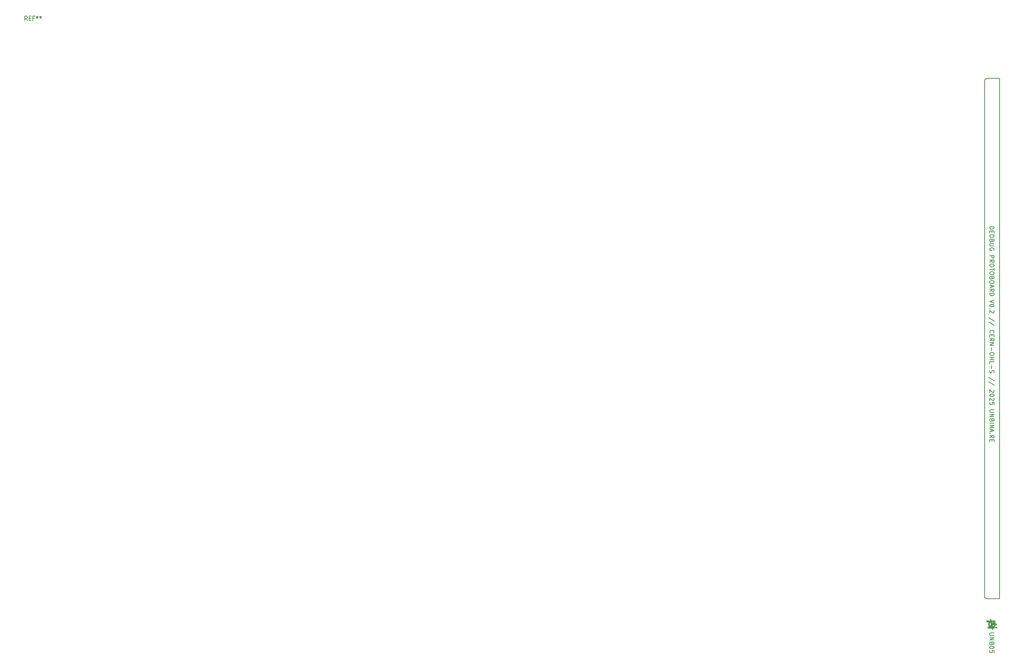
<source format=gbr>
%TF.GenerationSoftware,KiCad,Pcbnew,6.0.11+dfsg-1*%
%TF.CreationDate,2025-11-09T18:04:58+01:00*%
%TF.ProjectId,DEDBUG,44454442-5547-42e6-9b69-6361645f7063,0.2*%
%TF.SameCoordinates,Original*%
%TF.FileFunction,Legend,Top*%
%TF.FilePolarity,Positive*%
%FSLAX46Y46*%
G04 Gerber Fmt 4.6, Leading zero omitted, Abs format (unit mm)*
G04 Created by KiCad (PCBNEW 6.0.11+dfsg-1) date 2025-11-09 18:04:58*
%MOMM*%
%LPD*%
G01*
G04 APERTURE LIST*
%ADD10C,0.153000*%
%ADD11C,0.150000*%
%ADD12C,0.010000*%
G04 APERTURE END LIST*
D10*
X318006073Y-202819644D02*
X318005981Y-202789991D01*
X318005981Y-202789991D02*
X318005981Y-202789991D01*
X318202209Y-203263746D02*
X318202209Y-203263746D01*
X318522942Y-203442391D02*
X318491552Y-203433859D01*
X318053976Y-203036922D02*
X318042240Y-203005767D01*
X321474167Y-203459989D02*
X318675995Y-203459989D01*
X318116340Y-203157078D02*
X318098485Y-203127973D01*
X318367811Y-203383829D02*
X318337992Y-203367468D01*
X318082123Y-203098158D02*
X318067278Y-203067763D01*
X318253267Y-82636448D02*
X318280554Y-82615683D01*
X318615977Y-82487923D02*
X318646238Y-82486091D01*
X318428970Y-82534006D02*
X318460124Y-82522270D01*
X321474167Y-203459989D02*
X321474167Y-203459989D01*
X318616082Y-203458059D02*
X318585339Y-203454515D01*
X318460124Y-82522270D02*
X318491460Y-82512123D01*
X318178623Y-203238806D02*
X318156434Y-203212627D01*
X318042186Y-82940205D02*
X318053922Y-82909048D01*
X318227088Y-82658632D02*
X318253267Y-82636448D01*
X318011443Y-202880650D02*
X318007902Y-202849907D01*
X318023505Y-83002934D02*
X318032039Y-82971545D01*
X321474167Y-82485994D02*
X321474167Y-203459989D01*
X318398130Y-82547308D02*
X318428970Y-82534006D01*
X318007829Y-83096075D02*
X318011377Y-83065331D01*
X318202148Y-82682211D02*
X318202148Y-82682211D01*
X318554148Y-82496697D02*
X318585236Y-82491467D01*
X318016610Y-83034240D02*
X318023505Y-83002934D01*
X318460212Y-203423712D02*
X318429054Y-203411976D01*
X318178563Y-82707151D02*
X318202148Y-82682211D01*
X321474167Y-82485994D02*
X321474167Y-82485994D01*
X318675995Y-203459989D02*
X318646344Y-203459892D01*
X318202148Y-82682211D02*
X318227088Y-82658632D01*
X318005890Y-83155992D02*
X318005992Y-83126340D01*
X318554248Y-203449284D02*
X318522942Y-203442391D01*
X318227149Y-203287332D02*
X318202209Y-203263746D01*
X318585236Y-82491467D02*
X318615977Y-82487923D01*
X318522846Y-82503591D02*
X318554148Y-82496697D01*
X318253330Y-203309521D02*
X318227149Y-203287332D01*
X318337920Y-82578510D02*
X318367736Y-82562151D01*
X318116283Y-82788883D02*
X318135606Y-82760619D01*
X318429054Y-203411976D02*
X318398210Y-203398673D01*
X318053922Y-82909048D02*
X318067225Y-82878205D01*
X318156434Y-203212627D02*
X318135665Y-203185340D01*
X318042240Y-203005767D02*
X318032094Y-202974430D01*
X318491460Y-82512123D02*
X318522846Y-82503591D01*
X318135665Y-203185340D02*
X318116340Y-203157078D01*
X318098485Y-203127973D02*
X318082123Y-203098158D01*
X318016671Y-202911739D02*
X318011443Y-202880650D01*
X318308816Y-82596363D02*
X318337920Y-82578510D01*
X318005992Y-83126340D02*
X318007829Y-83096075D01*
X318646238Y-82486091D02*
X318675888Y-82485994D01*
X318032094Y-202974430D02*
X318023563Y-202943044D01*
X318005981Y-202789991D02*
X318005890Y-83155992D01*
X318585339Y-203454515D02*
X318554248Y-203449284D01*
X318082068Y-82847808D02*
X318098429Y-82817990D01*
X318135606Y-82760619D02*
X318156374Y-82733331D01*
X318337992Y-203367468D02*
X318308884Y-203349613D01*
X318098429Y-82817990D02*
X318116283Y-82788883D01*
X318398210Y-203398673D02*
X318367811Y-203383829D01*
X318023563Y-202943044D02*
X318016671Y-202911739D01*
X318367736Y-82562151D02*
X318398130Y-82547308D01*
X318005890Y-83155992D02*
X318005890Y-83155992D01*
X318202209Y-203263746D02*
X318178623Y-203238806D01*
X318491552Y-203433859D02*
X318460212Y-203423712D01*
X318032039Y-82971545D02*
X318042186Y-82940205D01*
X318007902Y-202849907D02*
X318006073Y-202819644D01*
X318675888Y-82485994D02*
X321474167Y-82485994D01*
X318646344Y-203459892D02*
X318616082Y-203458059D01*
X318675888Y-82485994D02*
X318675888Y-82485994D01*
X318011377Y-83065331D02*
X318016610Y-83034240D01*
X318280554Y-82615683D02*
X318308816Y-82596363D01*
X318156374Y-82733331D02*
X318178563Y-82707151D01*
X318308884Y-203349613D02*
X318280619Y-203330290D01*
X318067225Y-82878205D02*
X318082068Y-82847808D01*
X318280619Y-203330290D02*
X318253330Y-203309521D01*
X318067278Y-203067763D02*
X318053976Y-203036922D01*
X319244617Y-116964799D02*
X320244617Y-116964799D01*
X320244617Y-117202894D01*
X320196998Y-117345751D01*
X320101759Y-117440990D01*
X320006521Y-117488609D01*
X319816045Y-117536228D01*
X319673188Y-117536228D01*
X319482712Y-117488609D01*
X319387474Y-117440990D01*
X319292236Y-117345751D01*
X319244617Y-117202894D01*
X319244617Y-116964799D01*
X319768426Y-117964799D02*
X319768426Y-118298132D01*
X319244617Y-118440990D02*
X319244617Y-117964799D01*
X320244617Y-117964799D01*
X320244617Y-118440990D01*
X319244617Y-118869561D02*
X320244617Y-118869561D01*
X320244617Y-119107656D01*
X320196998Y-119250513D01*
X320101759Y-119345751D01*
X320006521Y-119393370D01*
X319816045Y-119440990D01*
X319673188Y-119440990D01*
X319482712Y-119393370D01*
X319387474Y-119345751D01*
X319292236Y-119250513D01*
X319244617Y-119107656D01*
X319244617Y-118869561D01*
X319768426Y-120202894D02*
X319720807Y-120345751D01*
X319673188Y-120393370D01*
X319577950Y-120440990D01*
X319435093Y-120440990D01*
X319339855Y-120393370D01*
X319292236Y-120345751D01*
X319244617Y-120250513D01*
X319244617Y-119869561D01*
X320244617Y-119869561D01*
X320244617Y-120202894D01*
X320196998Y-120298132D01*
X320149378Y-120345751D01*
X320054140Y-120393370D01*
X319958902Y-120393370D01*
X319863664Y-120345751D01*
X319816045Y-120298132D01*
X319768426Y-120202894D01*
X319768426Y-119869561D01*
X320244617Y-120869561D02*
X319435093Y-120869561D01*
X319339855Y-120917180D01*
X319292236Y-120964799D01*
X319244617Y-121060037D01*
X319244617Y-121250513D01*
X319292236Y-121345751D01*
X319339855Y-121393370D01*
X319435093Y-121440990D01*
X320244617Y-121440990D01*
X320196998Y-122440990D02*
X320244617Y-122345751D01*
X320244617Y-122202894D01*
X320196998Y-122060037D01*
X320101759Y-121964799D01*
X320006521Y-121917180D01*
X319816045Y-121869561D01*
X319673188Y-121869561D01*
X319482712Y-121917180D01*
X319387474Y-121964799D01*
X319292236Y-122060037D01*
X319244617Y-122202894D01*
X319244617Y-122298132D01*
X319292236Y-122440990D01*
X319339855Y-122488609D01*
X319673188Y-122488609D01*
X319673188Y-122298132D01*
X319244617Y-123679085D02*
X320244617Y-123679085D01*
X320244617Y-124060037D01*
X320196998Y-124155275D01*
X320149378Y-124202894D01*
X320054140Y-124250513D01*
X319911283Y-124250513D01*
X319816045Y-124202894D01*
X319768426Y-124155275D01*
X319720807Y-124060037D01*
X319720807Y-123679085D01*
X319244617Y-125250513D02*
X319720807Y-124917180D01*
X319244617Y-124679085D02*
X320244617Y-124679085D01*
X320244617Y-125060037D01*
X320196998Y-125155275D01*
X320149378Y-125202894D01*
X320054140Y-125250513D01*
X319911283Y-125250513D01*
X319816045Y-125202894D01*
X319768426Y-125155275D01*
X319720807Y-125060037D01*
X319720807Y-124679085D01*
X320244617Y-125869561D02*
X320244617Y-126060037D01*
X320196998Y-126155275D01*
X320101759Y-126250513D01*
X319911283Y-126298132D01*
X319577950Y-126298132D01*
X319387474Y-126250513D01*
X319292236Y-126155275D01*
X319244617Y-126060037D01*
X319244617Y-125869561D01*
X319292236Y-125774323D01*
X319387474Y-125679085D01*
X319577950Y-125631466D01*
X319911283Y-125631466D01*
X320101759Y-125679085D01*
X320196998Y-125774323D01*
X320244617Y-125869561D01*
X320244617Y-126583847D02*
X320244617Y-127155275D01*
X319244617Y-126869561D02*
X320244617Y-126869561D01*
X320244617Y-127679085D02*
X320244617Y-127869561D01*
X320196998Y-127964799D01*
X320101759Y-128060037D01*
X319911283Y-128107656D01*
X319577950Y-128107656D01*
X319387474Y-128060037D01*
X319292236Y-127964799D01*
X319244617Y-127869561D01*
X319244617Y-127679085D01*
X319292236Y-127583847D01*
X319387474Y-127488609D01*
X319577950Y-127440990D01*
X319911283Y-127440990D01*
X320101759Y-127488609D01*
X320196998Y-127583847D01*
X320244617Y-127679085D01*
X319768426Y-128869561D02*
X319720807Y-129012418D01*
X319673188Y-129060037D01*
X319577950Y-129107656D01*
X319435093Y-129107656D01*
X319339855Y-129060037D01*
X319292236Y-129012418D01*
X319244617Y-128917180D01*
X319244617Y-128536228D01*
X320244617Y-128536228D01*
X320244617Y-128869561D01*
X320196998Y-128964799D01*
X320149378Y-129012418D01*
X320054140Y-129060037D01*
X319958902Y-129060037D01*
X319863664Y-129012418D01*
X319816045Y-128964799D01*
X319768426Y-128869561D01*
X319768426Y-128536228D01*
X320244617Y-129726704D02*
X320244617Y-129917180D01*
X320196998Y-130012418D01*
X320101759Y-130107656D01*
X319911283Y-130155275D01*
X319577950Y-130155275D01*
X319387474Y-130107656D01*
X319292236Y-130012418D01*
X319244617Y-129917180D01*
X319244617Y-129726704D01*
X319292236Y-129631466D01*
X319387474Y-129536228D01*
X319577950Y-129488609D01*
X319911283Y-129488609D01*
X320101759Y-129536228D01*
X320196998Y-129631466D01*
X320244617Y-129726704D01*
X319530331Y-130536228D02*
X319530331Y-131012418D01*
X319244617Y-130440990D02*
X320244617Y-130774323D01*
X319244617Y-131107656D01*
X319244617Y-132012418D02*
X319720807Y-131679085D01*
X319244617Y-131440990D02*
X320244617Y-131440990D01*
X320244617Y-131821942D01*
X320196998Y-131917180D01*
X320149378Y-131964799D01*
X320054140Y-132012418D01*
X319911283Y-132012418D01*
X319816045Y-131964799D01*
X319768426Y-131917180D01*
X319720807Y-131821942D01*
X319720807Y-131440990D01*
X319244617Y-132440990D02*
X320244617Y-132440990D01*
X320244617Y-132679085D01*
X320196998Y-132821942D01*
X320101759Y-132917180D01*
X320006521Y-132964799D01*
X319816045Y-133012418D01*
X319673188Y-133012418D01*
X319482712Y-132964799D01*
X319387474Y-132917180D01*
X319292236Y-132821942D01*
X319244617Y-132679085D01*
X319244617Y-132440990D01*
X320244617Y-134060037D02*
X319244617Y-134393370D01*
X320244617Y-134726704D01*
X320244617Y-135250513D02*
X320244617Y-135345751D01*
X320196998Y-135440990D01*
X320149378Y-135488609D01*
X320054140Y-135536228D01*
X319863664Y-135583847D01*
X319625569Y-135583847D01*
X319435093Y-135536228D01*
X319339855Y-135488609D01*
X319292236Y-135440990D01*
X319244617Y-135345751D01*
X319244617Y-135250513D01*
X319292236Y-135155275D01*
X319339855Y-135107656D01*
X319435093Y-135060037D01*
X319625569Y-135012418D01*
X319863664Y-135012418D01*
X320054140Y-135060037D01*
X320149378Y-135107656D01*
X320196998Y-135155275D01*
X320244617Y-135250513D01*
X319339855Y-136012418D02*
X319292236Y-136060037D01*
X319244617Y-136012418D01*
X319292236Y-135964799D01*
X319339855Y-136012418D01*
X319244617Y-136012418D01*
X320149378Y-136440990D02*
X320196998Y-136488609D01*
X320244617Y-136583847D01*
X320244617Y-136821942D01*
X320196998Y-136917180D01*
X320149378Y-136964799D01*
X320054140Y-137012418D01*
X319958902Y-137012418D01*
X319816045Y-136964799D01*
X319244617Y-136393370D01*
X319244617Y-137012418D01*
X320292236Y-138917180D02*
X319006521Y-138060037D01*
X320292236Y-139964799D02*
X319006521Y-139107656D01*
X319339855Y-141631466D02*
X319292236Y-141583847D01*
X319244617Y-141440990D01*
X319244617Y-141345751D01*
X319292236Y-141202894D01*
X319387474Y-141107656D01*
X319482712Y-141060037D01*
X319673188Y-141012418D01*
X319816045Y-141012418D01*
X320006521Y-141060037D01*
X320101759Y-141107656D01*
X320196998Y-141202894D01*
X320244617Y-141345751D01*
X320244617Y-141440990D01*
X320196998Y-141583847D01*
X320149378Y-141631466D01*
X319768426Y-142060037D02*
X319768426Y-142393370D01*
X319244617Y-142536228D02*
X319244617Y-142060037D01*
X320244617Y-142060037D01*
X320244617Y-142536228D01*
X319244617Y-143536228D02*
X319720807Y-143202894D01*
X319244617Y-142964799D02*
X320244617Y-142964799D01*
X320244617Y-143345751D01*
X320196998Y-143440990D01*
X320149378Y-143488609D01*
X320054140Y-143536228D01*
X319911283Y-143536228D01*
X319816045Y-143488609D01*
X319768426Y-143440990D01*
X319720807Y-143345751D01*
X319720807Y-142964799D01*
X319244617Y-143964799D02*
X320244617Y-143964799D01*
X319244617Y-144536228D01*
X320244617Y-144536228D01*
X319625569Y-145012418D02*
X319625569Y-145774323D01*
X320244617Y-146440990D02*
X320244617Y-146631466D01*
X320196998Y-146726704D01*
X320101759Y-146821942D01*
X319911283Y-146869561D01*
X319577950Y-146869561D01*
X319387474Y-146821942D01*
X319292236Y-146726704D01*
X319244617Y-146631466D01*
X319244617Y-146440990D01*
X319292236Y-146345751D01*
X319387474Y-146250513D01*
X319577950Y-146202894D01*
X319911283Y-146202894D01*
X320101759Y-146250513D01*
X320196998Y-146345751D01*
X320244617Y-146440990D01*
X319244617Y-147298132D02*
X320244617Y-147298132D01*
X319768426Y-147298132D02*
X319768426Y-147869561D01*
X319244617Y-147869561D02*
X320244617Y-147869561D01*
X319244617Y-148821942D02*
X319244617Y-148345751D01*
X320244617Y-148345751D01*
X319625569Y-149155275D02*
X319625569Y-149917180D01*
X319292236Y-150345751D02*
X319244617Y-150488609D01*
X319244617Y-150726704D01*
X319292236Y-150821942D01*
X319339855Y-150869561D01*
X319435093Y-150917180D01*
X319530331Y-150917180D01*
X319625569Y-150869561D01*
X319673188Y-150821942D01*
X319720807Y-150726704D01*
X319768426Y-150536228D01*
X319816045Y-150440990D01*
X319863664Y-150393370D01*
X319958902Y-150345751D01*
X320054140Y-150345751D01*
X320149378Y-150393370D01*
X320196998Y-150440990D01*
X320244617Y-150536228D01*
X320244617Y-150774323D01*
X320196998Y-150917180D01*
X320292236Y-152821942D02*
X319006521Y-151964799D01*
X320292236Y-153869561D02*
X319006521Y-153012418D01*
X320149378Y-154917180D02*
X320196998Y-154964799D01*
X320244617Y-155060037D01*
X320244617Y-155298132D01*
X320196998Y-155393370D01*
X320149378Y-155440990D01*
X320054140Y-155488609D01*
X319958902Y-155488609D01*
X319816045Y-155440990D01*
X319244617Y-154869561D01*
X319244617Y-155488609D01*
X320244617Y-156107656D02*
X320244617Y-156202894D01*
X320196998Y-156298132D01*
X320149378Y-156345751D01*
X320054140Y-156393370D01*
X319863664Y-156440990D01*
X319625569Y-156440990D01*
X319435093Y-156393370D01*
X319339855Y-156345751D01*
X319292236Y-156298132D01*
X319244617Y-156202894D01*
X319244617Y-156107656D01*
X319292236Y-156012418D01*
X319339855Y-155964799D01*
X319435093Y-155917180D01*
X319625569Y-155869561D01*
X319863664Y-155869561D01*
X320054140Y-155917180D01*
X320149378Y-155964799D01*
X320196998Y-156012418D01*
X320244617Y-156107656D01*
X320149378Y-156821942D02*
X320196998Y-156869561D01*
X320244617Y-156964799D01*
X320244617Y-157202894D01*
X320196998Y-157298132D01*
X320149378Y-157345751D01*
X320054140Y-157393370D01*
X319958902Y-157393370D01*
X319816045Y-157345751D01*
X319244617Y-156774323D01*
X319244617Y-157393370D01*
X320244617Y-158298132D02*
X320244617Y-157821942D01*
X319768426Y-157774323D01*
X319816045Y-157821942D01*
X319863664Y-157917180D01*
X319863664Y-158155275D01*
X319816045Y-158250513D01*
X319768426Y-158298132D01*
X319673188Y-158345751D01*
X319435093Y-158345751D01*
X319339855Y-158298132D01*
X319292236Y-158250513D01*
X319244617Y-158155275D01*
X319244617Y-157917180D01*
X319292236Y-157821942D01*
X319339855Y-157774323D01*
X320244617Y-159536228D02*
X319435093Y-159536228D01*
X319339855Y-159583847D01*
X319292236Y-159631466D01*
X319244617Y-159726704D01*
X319244617Y-159917180D01*
X319292236Y-160012418D01*
X319339855Y-160060037D01*
X319435093Y-160107656D01*
X320244617Y-160107656D01*
X319244617Y-160583847D02*
X320244617Y-160583847D01*
X319244617Y-161155275D01*
X320244617Y-161155275D01*
X319768426Y-161964799D02*
X319720807Y-162107656D01*
X319673188Y-162155275D01*
X319577950Y-162202894D01*
X319435093Y-162202894D01*
X319339855Y-162155275D01*
X319292236Y-162107656D01*
X319244617Y-162012418D01*
X319244617Y-161631466D01*
X320244617Y-161631466D01*
X320244617Y-161964799D01*
X320196998Y-162060037D01*
X320149378Y-162107656D01*
X320054140Y-162155275D01*
X319958902Y-162155275D01*
X319863664Y-162107656D01*
X319816045Y-162060037D01*
X319768426Y-161964799D01*
X319768426Y-161631466D01*
X319244617Y-162631466D02*
X320244617Y-162631466D01*
X319244617Y-163107656D02*
X320244617Y-163107656D01*
X319244617Y-163679085D01*
X320244617Y-163679085D01*
X319530331Y-164107656D02*
X319530331Y-164583847D01*
X319244617Y-164012418D02*
X320244617Y-164345751D01*
X319244617Y-164679085D01*
X319339855Y-165012418D02*
X319292236Y-165060037D01*
X319244617Y-165012418D01*
X319292236Y-164964799D01*
X319339855Y-165012418D01*
X319244617Y-165012418D01*
X319244617Y-166060037D02*
X319720807Y-165726704D01*
X319244617Y-165488609D02*
X320244617Y-165488609D01*
X320244617Y-165869561D01*
X320196998Y-165964799D01*
X320149378Y-166012418D01*
X320054140Y-166060037D01*
X319911283Y-166060037D01*
X319816045Y-166012418D01*
X319768426Y-165964799D01*
X319720807Y-165869561D01*
X319720807Y-165488609D01*
X319768426Y-166488609D02*
X319768426Y-166821942D01*
X319244617Y-166964799D02*
X319244617Y-166488609D01*
X320244617Y-166488609D01*
X320244617Y-166964799D01*
X320205831Y-211435390D02*
X319396307Y-211435390D01*
X319301069Y-211483009D01*
X319253450Y-211530628D01*
X319205831Y-211625866D01*
X319205831Y-211816342D01*
X319253450Y-211911580D01*
X319301069Y-211959199D01*
X319396307Y-212006818D01*
X320205831Y-212006818D01*
X319205831Y-212483009D02*
X320205831Y-212483009D01*
X319205831Y-213054437D01*
X320205831Y-213054437D01*
X319729640Y-213863961D02*
X319682021Y-214006818D01*
X319634402Y-214054437D01*
X319539164Y-214102056D01*
X319396307Y-214102056D01*
X319301069Y-214054437D01*
X319253450Y-214006818D01*
X319205831Y-213911580D01*
X319205831Y-213530628D01*
X320205831Y-213530628D01*
X320205831Y-213863961D01*
X320158212Y-213959199D01*
X320110592Y-214006818D01*
X320015354Y-214054437D01*
X319920116Y-214054437D01*
X319824878Y-214006818D01*
X319777259Y-213959199D01*
X319729640Y-213863961D01*
X319729640Y-213530628D01*
X320205831Y-214721104D02*
X320205831Y-214816342D01*
X320158212Y-214911580D01*
X320110592Y-214959199D01*
X320015354Y-215006818D01*
X319824878Y-215054437D01*
X319586783Y-215054437D01*
X319396307Y-215006818D01*
X319301069Y-214959199D01*
X319253450Y-214911580D01*
X319205831Y-214816342D01*
X319205831Y-214721104D01*
X319253450Y-214625866D01*
X319301069Y-214578247D01*
X319396307Y-214530628D01*
X319586783Y-214483009D01*
X319824878Y-214483009D01*
X320015354Y-214530628D01*
X320110592Y-214578247D01*
X320158212Y-214625866D01*
X320205831Y-214721104D01*
X320205831Y-215959199D02*
X320205831Y-215483009D01*
X319729640Y-215435390D01*
X319777259Y-215483009D01*
X319824878Y-215578247D01*
X319824878Y-215816342D01*
X319777259Y-215911580D01*
X319729640Y-215959199D01*
X319634402Y-216006818D01*
X319396307Y-216006818D01*
X319301069Y-215959199D01*
X319253450Y-215911580D01*
X319205831Y-215816342D01*
X319205831Y-215578247D01*
X319253450Y-215483009D01*
X319301069Y-215435390D01*
D11*
%TO.C,REF\u002A\u002A*%
X95666664Y-69018370D02*
X95333331Y-68542180D01*
X95095236Y-69018370D02*
X95095236Y-68018370D01*
X95476188Y-68018370D01*
X95571426Y-68065990D01*
X95619045Y-68113609D01*
X95666664Y-68208847D01*
X95666664Y-68351704D01*
X95619045Y-68446942D01*
X95571426Y-68494561D01*
X95476188Y-68542180D01*
X95095236Y-68542180D01*
X96095236Y-68494561D02*
X96428569Y-68494561D01*
X96571426Y-69018370D02*
X96095236Y-69018370D01*
X96095236Y-68018370D01*
X96571426Y-68018370D01*
X97333331Y-68494561D02*
X96999998Y-68494561D01*
X96999998Y-69018370D02*
X96999998Y-68018370D01*
X97476188Y-68018370D01*
X97999998Y-68018370D02*
X97999998Y-68256466D01*
X97761902Y-68161228D02*
X97999998Y-68256466D01*
X98238093Y-68161228D01*
X97857140Y-68446942D02*
X97999998Y-68256466D01*
X98142855Y-68446942D01*
X98761902Y-68018370D02*
X98761902Y-68256466D01*
X98523807Y-68161228D02*
X98761902Y-68256466D01*
X98999998Y-68161228D01*
X98619045Y-68446942D02*
X98761902Y-68256466D01*
X98904759Y-68446942D01*
%TO.C,Ref\u002A\u002A*%
G36*
X319274601Y-208486024D02*
G01*
X319302406Y-208479739D01*
X319312691Y-208471045D01*
X319311990Y-208462969D01*
X319302186Y-208424203D01*
X319291045Y-208361628D01*
X319286055Y-208327072D01*
X319272206Y-208222667D01*
X319354084Y-208199932D01*
X319423980Y-208182920D01*
X319465253Y-208185225D01*
X319488739Y-208213711D01*
X319505272Y-208275239D01*
X319510003Y-208298670D01*
X319525010Y-208371698D01*
X319538279Y-208431725D01*
X319544680Y-208457420D01*
X319551155Y-208469453D01*
X319566295Y-208478573D01*
X319575916Y-208480763D01*
X319595313Y-208485180D01*
X319643423Y-208489670D01*
X319715837Y-208492441D01*
X319716420Y-208492449D01*
X319817769Y-208493892D01*
X319954432Y-208494419D01*
X320030055Y-208494462D01*
X320504879Y-208494462D01*
X320504879Y-208727295D01*
X320352667Y-208727295D01*
X320275118Y-208728453D01*
X320233963Y-208732803D01*
X320223305Y-208741658D01*
X320233874Y-208753753D01*
X320242943Y-208762920D01*
X320264668Y-208784880D01*
X320308686Y-208837112D01*
X320341524Y-208879454D01*
X320382538Y-208930780D01*
X320413356Y-208962884D01*
X320425469Y-208968982D01*
X320441012Y-208978879D01*
X320469173Y-209013315D01*
X320501623Y-209060046D01*
X320530028Y-209106826D01*
X320546057Y-209141411D01*
X320547212Y-209147910D01*
X320530216Y-209170965D01*
X320511923Y-209180807D01*
X320490170Y-209196219D01*
X320501794Y-209214607D01*
X320549286Y-209237496D01*
X320635138Y-209266415D01*
X320667477Y-209276121D01*
X320819491Y-209320894D01*
X320786636Y-209417320D01*
X320762478Y-209475969D01*
X320738486Y-209515291D01*
X320728929Y-209523283D01*
X320695254Y-209522444D01*
X320639270Y-209509208D01*
X320612400Y-209500474D01*
X320554356Y-209481071D01*
X320513932Y-209469527D01*
X320505568Y-209468128D01*
X320491025Y-209486442D01*
X320471989Y-209532651D01*
X320463861Y-209558087D01*
X320393654Y-209726973D01*
X320290607Y-209877944D01*
X320226978Y-209944888D01*
X320125692Y-210039628D01*
X320859420Y-210039628D01*
X320872650Y-210105774D01*
X320883718Y-210161045D01*
X320887449Y-210200223D01*
X320878169Y-210226072D01*
X320850210Y-210241354D01*
X320797898Y-210248831D01*
X320715564Y-210251267D01*
X320597537Y-210251423D01*
X320573670Y-210251422D01*
X320378514Y-210253102D01*
X320215023Y-210257858D01*
X320085305Y-210265518D01*
X319991470Y-210275909D01*
X319935626Y-210288860D01*
X319919882Y-210304198D01*
X319920063Y-210304722D01*
X319929103Y-210340411D01*
X319940117Y-210399616D01*
X319944212Y-210425501D01*
X319958451Y-210520452D01*
X319857913Y-210545768D01*
X319793763Y-210559060D01*
X319754602Y-210554223D01*
X319731904Y-210524230D01*
X319717139Y-210462058D01*
X319711304Y-210425004D01*
X319704424Y-210375668D01*
X319696967Y-210338256D01*
X319683583Y-210311127D01*
X319658926Y-210292641D01*
X319617647Y-210281157D01*
X319554396Y-210275036D01*
X319463827Y-210272636D01*
X319340591Y-210272319D01*
X319213916Y-210272462D01*
X319063099Y-210272367D01*
X318949231Y-210271724D01*
X318866932Y-210269991D01*
X318810816Y-210266626D01*
X318775502Y-210261089D01*
X318755607Y-210252838D01*
X318745747Y-210241331D01*
X318740540Y-210226029D01*
X318740220Y-210224837D01*
X318727371Y-210150966D01*
X318728739Y-210088510D01*
X318743162Y-210048458D01*
X318759790Y-210039628D01*
X318790726Y-210029045D01*
X319213712Y-210029045D01*
X319224295Y-210039628D01*
X319234879Y-210029045D01*
X319224295Y-210018462D01*
X319213712Y-210029045D01*
X318790726Y-210029045D01*
X318792898Y-210028302D01*
X318848491Y-209998560D01*
X318914723Y-209956762D01*
X318916799Y-209955355D01*
X319026472Y-209880878D01*
X319443919Y-209880878D01*
X319503440Y-209906382D01*
X319553155Y-209924988D01*
X319585755Y-209932840D01*
X319599659Y-209915333D01*
X319599227Y-209870295D01*
X319590799Y-209825383D01*
X319575916Y-209810603D01*
X319543302Y-209822730D01*
X319506706Y-209843837D01*
X319443919Y-209880878D01*
X319026472Y-209880878D01*
X319040896Y-209871083D01*
X318964769Y-209722707D01*
X318900845Y-209554813D01*
X318874525Y-209378622D01*
X318877395Y-209336685D01*
X319092188Y-209336685D01*
X319109602Y-209468128D01*
X319135157Y-209548249D01*
X319172190Y-209631665D01*
X319184094Y-209653394D01*
X319224295Y-209722143D01*
X319236731Y-209743411D01*
X319322611Y-209689169D01*
X319792403Y-209689169D01*
X319801781Y-209725787D01*
X319813105Y-209786016D01*
X319817663Y-209814672D01*
X319827997Y-209872233D01*
X319837602Y-209907456D01*
X319841212Y-209912628D01*
X319883028Y-209900752D01*
X319944093Y-209870322D01*
X320010527Y-209829137D01*
X320068447Y-209784997D01*
X320068569Y-209784890D01*
X320121212Y-209728767D01*
X320170485Y-209659061D01*
X320212953Y-209583682D01*
X320245179Y-209510540D01*
X320263727Y-209447544D01*
X320265163Y-209402603D01*
X320246050Y-209383627D01*
X320242943Y-209383462D01*
X320208738Y-209394586D01*
X320152032Y-209424296D01*
X320080919Y-209467097D01*
X320003498Y-209517496D01*
X319927866Y-209569998D01*
X319862119Y-209619110D01*
X319814355Y-209659336D01*
X319792671Y-209685184D01*
X319792403Y-209689169D01*
X319322611Y-209689169D01*
X319357513Y-209667125D01*
X319435342Y-209617856D01*
X319485327Y-209580614D01*
X319511659Y-209544753D01*
X319518527Y-209499630D01*
X319510120Y-209434601D01*
X319490626Y-209339022D01*
X319489255Y-209332374D01*
X319471282Y-209244436D01*
X319461209Y-209194355D01*
X319697060Y-209194355D01*
X319711828Y-209283616D01*
X319723083Y-209342558D01*
X319733483Y-209382660D01*
X319736192Y-209389085D01*
X319757178Y-209388107D01*
X319799504Y-209370362D01*
X319849780Y-209343291D01*
X319894615Y-209314332D01*
X319920621Y-209290926D01*
X319922795Y-209285411D01*
X319904496Y-209271395D01*
X319857228Y-209250124D01*
X319809928Y-209232720D01*
X319697060Y-209194355D01*
X319461209Y-209194355D01*
X319457041Y-209173630D01*
X319448352Y-209129085D01*
X319446545Y-209118491D01*
X319428211Y-209109046D01*
X319380352Y-209090605D01*
X319319397Y-209069243D01*
X319192249Y-209026304D01*
X319157106Y-209093758D01*
X319107239Y-209216983D01*
X319092188Y-209336685D01*
X318877395Y-209336685D01*
X318886537Y-209203079D01*
X318913820Y-209097712D01*
X318934086Y-209029968D01*
X318944182Y-208978963D01*
X318942496Y-208957253D01*
X318917793Y-208945853D01*
X318861051Y-208924599D01*
X318780569Y-208896471D01*
X318684650Y-208864453D01*
X318679254Y-208862691D01*
X318596857Y-208834288D01*
X319616417Y-208834288D01*
X319628953Y-208890317D01*
X319641441Y-208912641D01*
X319670494Y-208934656D01*
X319697060Y-208947343D01*
X319722407Y-208959448D01*
X319803472Y-208990106D01*
X319898570Y-209022609D01*
X320027637Y-209064913D01*
X320119764Y-209092372D01*
X320177912Y-209104287D01*
X320205038Y-209099964D01*
X320204103Y-209078704D01*
X320178066Y-209039813D01*
X320129885Y-208982594D01*
X320119394Y-208970640D01*
X320011208Y-208873267D01*
X319887909Y-208805473D01*
X319759653Y-208772318D01*
X319716420Y-208769835D01*
X319651273Y-208773931D01*
X319620080Y-208792465D01*
X319616417Y-208834288D01*
X318596857Y-208834288D01*
X318584739Y-208830111D01*
X318507404Y-208800093D01*
X318454818Y-208775821D01*
X318434547Y-208760478D01*
X318434548Y-208759733D01*
X318436840Y-208738480D01*
X319026661Y-208738480D01*
X319057548Y-208749711D01*
X319076634Y-208753739D01*
X319120758Y-208755127D01*
X319141383Y-208745623D01*
X319131369Y-208733035D01*
X319091688Y-208727325D01*
X319087961Y-208727295D01*
X319037060Y-208730397D01*
X319026661Y-208738480D01*
X318436840Y-208738480D01*
X318437985Y-208727867D01*
X318442665Y-208668519D01*
X318446187Y-208616170D01*
X318453825Y-208494462D01*
X318888950Y-208494462D01*
X319036452Y-208494119D01*
X319087961Y-208493524D01*
X319146587Y-208492845D01*
X319192249Y-208491333D01*
X319224316Y-208490270D01*
X319274601Y-208486024D01*
G37*
D12*
X319274601Y-208486024D02*
X319302406Y-208479739D01*
X319312691Y-208471045D01*
X319311990Y-208462969D01*
X319302186Y-208424203D01*
X319291045Y-208361628D01*
X319286055Y-208327072D01*
X319272206Y-208222667D01*
X319354084Y-208199932D01*
X319423980Y-208182920D01*
X319465253Y-208185225D01*
X319488739Y-208213711D01*
X319505272Y-208275239D01*
X319510003Y-208298670D01*
X319525010Y-208371698D01*
X319538279Y-208431725D01*
X319544680Y-208457420D01*
X319551155Y-208469453D01*
X319566295Y-208478573D01*
X319575916Y-208480763D01*
X319595313Y-208485180D01*
X319643423Y-208489670D01*
X319715837Y-208492441D01*
X319716420Y-208492449D01*
X319817769Y-208493892D01*
X319954432Y-208494419D01*
X320030055Y-208494462D01*
X320504879Y-208494462D01*
X320504879Y-208727295D01*
X320352667Y-208727295D01*
X320275118Y-208728453D01*
X320233963Y-208732803D01*
X320223305Y-208741658D01*
X320233874Y-208753753D01*
X320242943Y-208762920D01*
X320264668Y-208784880D01*
X320308686Y-208837112D01*
X320341524Y-208879454D01*
X320382538Y-208930780D01*
X320413356Y-208962884D01*
X320425469Y-208968982D01*
X320441012Y-208978879D01*
X320469173Y-209013315D01*
X320501623Y-209060046D01*
X320530028Y-209106826D01*
X320546057Y-209141411D01*
X320547212Y-209147910D01*
X320530216Y-209170965D01*
X320511923Y-209180807D01*
X320490170Y-209196219D01*
X320501794Y-209214607D01*
X320549286Y-209237496D01*
X320635138Y-209266415D01*
X320667477Y-209276121D01*
X320819491Y-209320894D01*
X320786636Y-209417320D01*
X320762478Y-209475969D01*
X320738486Y-209515291D01*
X320728929Y-209523283D01*
X320695254Y-209522444D01*
X320639270Y-209509208D01*
X320612400Y-209500474D01*
X320554356Y-209481071D01*
X320513932Y-209469527D01*
X320505568Y-209468128D01*
X320491025Y-209486442D01*
X320471989Y-209532651D01*
X320463861Y-209558087D01*
X320393654Y-209726973D01*
X320290607Y-209877944D01*
X320226978Y-209944888D01*
X320125692Y-210039628D01*
X320859420Y-210039628D01*
X320872650Y-210105774D01*
X320883718Y-210161045D01*
X320887449Y-210200223D01*
X320878169Y-210226072D01*
X320850210Y-210241354D01*
X320797898Y-210248831D01*
X320715564Y-210251267D01*
X320597537Y-210251423D01*
X320573670Y-210251422D01*
X320378514Y-210253102D01*
X320215023Y-210257858D01*
X320085305Y-210265518D01*
X319991470Y-210275909D01*
X319935626Y-210288860D01*
X319919882Y-210304198D01*
X319920063Y-210304722D01*
X319929103Y-210340411D01*
X319940117Y-210399616D01*
X319944212Y-210425501D01*
X319958451Y-210520452D01*
X319857913Y-210545768D01*
X319793763Y-210559060D01*
X319754602Y-210554223D01*
X319731904Y-210524230D01*
X319717139Y-210462058D01*
X319711304Y-210425004D01*
X319704424Y-210375668D01*
X319696967Y-210338256D01*
X319683583Y-210311127D01*
X319658926Y-210292641D01*
X319617647Y-210281157D01*
X319554396Y-210275036D01*
X319463827Y-210272636D01*
X319340591Y-210272319D01*
X319213916Y-210272462D01*
X319063099Y-210272367D01*
X318949231Y-210271724D01*
X318866932Y-210269991D01*
X318810816Y-210266626D01*
X318775502Y-210261089D01*
X318755607Y-210252838D01*
X318745747Y-210241331D01*
X318740540Y-210226029D01*
X318740220Y-210224837D01*
X318727371Y-210150966D01*
X318728739Y-210088510D01*
X318743162Y-210048458D01*
X318759790Y-210039628D01*
X318790726Y-210029045D01*
X319213712Y-210029045D01*
X319224295Y-210039628D01*
X319234879Y-210029045D01*
X319224295Y-210018462D01*
X319213712Y-210029045D01*
X318790726Y-210029045D01*
X318792898Y-210028302D01*
X318848491Y-209998560D01*
X318914723Y-209956762D01*
X318916799Y-209955355D01*
X319026472Y-209880878D01*
X319443919Y-209880878D01*
X319503440Y-209906382D01*
X319553155Y-209924988D01*
X319585755Y-209932840D01*
X319599659Y-209915333D01*
X319599227Y-209870295D01*
X319590799Y-209825383D01*
X319575916Y-209810603D01*
X319543302Y-209822730D01*
X319506706Y-209843837D01*
X319443919Y-209880878D01*
X319026472Y-209880878D01*
X319040896Y-209871083D01*
X318964769Y-209722707D01*
X318900845Y-209554813D01*
X318874525Y-209378622D01*
X318877395Y-209336685D01*
X319092188Y-209336685D01*
X319109602Y-209468128D01*
X319135157Y-209548249D01*
X319172190Y-209631665D01*
X319184094Y-209653394D01*
X319224295Y-209722143D01*
X319236731Y-209743411D01*
X319322611Y-209689169D01*
X319792403Y-209689169D01*
X319801781Y-209725787D01*
X319813105Y-209786016D01*
X319817663Y-209814672D01*
X319827997Y-209872233D01*
X319837602Y-209907456D01*
X319841212Y-209912628D01*
X319883028Y-209900752D01*
X319944093Y-209870322D01*
X320010527Y-209829137D01*
X320068447Y-209784997D01*
X320068569Y-209784890D01*
X320121212Y-209728767D01*
X320170485Y-209659061D01*
X320212953Y-209583682D01*
X320245179Y-209510540D01*
X320263727Y-209447544D01*
X320265163Y-209402603D01*
X320246050Y-209383627D01*
X320242943Y-209383462D01*
X320208738Y-209394586D01*
X320152032Y-209424296D01*
X320080919Y-209467097D01*
X320003498Y-209517496D01*
X319927866Y-209569998D01*
X319862119Y-209619110D01*
X319814355Y-209659336D01*
X319792671Y-209685184D01*
X319792403Y-209689169D01*
X319322611Y-209689169D01*
X319357513Y-209667125D01*
X319435342Y-209617856D01*
X319485327Y-209580614D01*
X319511659Y-209544753D01*
X319518527Y-209499630D01*
X319510120Y-209434601D01*
X319490626Y-209339022D01*
X319489255Y-209332374D01*
X319471282Y-209244436D01*
X319461209Y-209194355D01*
X319697060Y-209194355D01*
X319711828Y-209283616D01*
X319723083Y-209342558D01*
X319733483Y-209382660D01*
X319736192Y-209389085D01*
X319757178Y-209388107D01*
X319799504Y-209370362D01*
X319849780Y-209343291D01*
X319894615Y-209314332D01*
X319920621Y-209290926D01*
X319922795Y-209285411D01*
X319904496Y-209271395D01*
X319857228Y-209250124D01*
X319809928Y-209232720D01*
X319697060Y-209194355D01*
X319461209Y-209194355D01*
X319457041Y-209173630D01*
X319448352Y-209129085D01*
X319446545Y-209118491D01*
X319428211Y-209109046D01*
X319380352Y-209090605D01*
X319319397Y-209069243D01*
X319192249Y-209026304D01*
X319157106Y-209093758D01*
X319107239Y-209216983D01*
X319092188Y-209336685D01*
X318877395Y-209336685D01*
X318886537Y-209203079D01*
X318913820Y-209097712D01*
X318934086Y-209029968D01*
X318944182Y-208978963D01*
X318942496Y-208957253D01*
X318917793Y-208945853D01*
X318861051Y-208924599D01*
X318780569Y-208896471D01*
X318684650Y-208864453D01*
X318679254Y-208862691D01*
X318596857Y-208834288D01*
X319616417Y-208834288D01*
X319628953Y-208890317D01*
X319641441Y-208912641D01*
X319670494Y-208934656D01*
X319697060Y-208947343D01*
X319722407Y-208959448D01*
X319803472Y-208990106D01*
X319898570Y-209022609D01*
X320027637Y-209064913D01*
X320119764Y-209092372D01*
X320177912Y-209104287D01*
X320205038Y-209099964D01*
X320204103Y-209078704D01*
X320178066Y-209039813D01*
X320129885Y-208982594D01*
X320119394Y-208970640D01*
X320011208Y-208873267D01*
X319887909Y-208805473D01*
X319759653Y-208772318D01*
X319716420Y-208769835D01*
X319651273Y-208773931D01*
X319620080Y-208792465D01*
X319616417Y-208834288D01*
X318596857Y-208834288D01*
X318584739Y-208830111D01*
X318507404Y-208800093D01*
X318454818Y-208775821D01*
X318434547Y-208760478D01*
X318434548Y-208759733D01*
X318436840Y-208738480D01*
X319026661Y-208738480D01*
X319057548Y-208749711D01*
X319076634Y-208753739D01*
X319120758Y-208755127D01*
X319141383Y-208745623D01*
X319131369Y-208733035D01*
X319091688Y-208727325D01*
X319087961Y-208727295D01*
X319037060Y-208730397D01*
X319026661Y-208738480D01*
X318436840Y-208738480D01*
X318437985Y-208727867D01*
X318442665Y-208668519D01*
X318446187Y-208616170D01*
X318453825Y-208494462D01*
X318888950Y-208494462D01*
X319036452Y-208494119D01*
X319087961Y-208493524D01*
X319146587Y-208492845D01*
X319192249Y-208491333D01*
X319224316Y-208490270D01*
X319274601Y-208486024D01*
%TD*%
M02*

</source>
